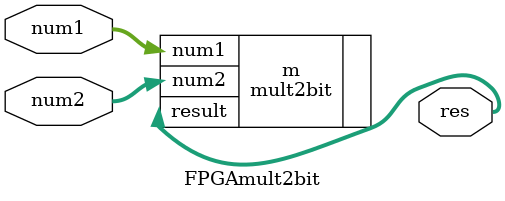
<source format=v>
`timescale 1ns / 1ps


module FPGAmult2bit(
    input [1:0] num1,
    input [1:0] num2,
    output [3:0] res  
    );
    
    
    mult2bit m(
        .num1(num1),
        .num2(num2),
        .result(res)
    );
    
endmodule

</source>
